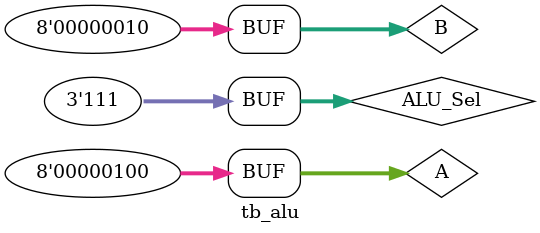
<source format=v>

 `timescale 1ns / 1ps  

module tb_alu;
//Inputs
 reg[7:0] A,B;
  reg[2:0] ALU_Sel;

//Outputs
 wire[7:0] ALU_Out;
 wire CarryOut;
 // Verilog code for ALU
 integer i;
 alu test_unit(
            A,B,  // ALU 8-bit Inputs                 
            ALU_Sel,// ALU Selection
            ALU_Out, // ALU 8-bit Output
            CarryOut, // Carry Out Flag
            zeroFlag
     );
    initial begin
      A = 8'h04;
      B = 8'h02;
      
    ALU_Sel = 3'b000;
   $monitor("out = %d  - carry = %d  - Zero Flag %d",ALU_Out,CarryOut,zeroFlag);
      #10;
     ALU_Sel = 3'b001;
   $monitor("out = %d  - carry = %d  - Zero Flag %d",ALU_Out,CarryOut,zeroFlag);
      #10;
         ALU_Sel = 3'b010;
   $monitor("out = %d  - carry = %d  - Zero Flag %d",ALU_Out,CarryOut,zeroFlag);
      #10;
         ALU_Sel = 3'b011;
   $monitor("out = %d  - carry = %d  - Zero Flag %d",ALU_Out,CarryOut,zeroFlag);
      #10;
         ALU_Sel = 3'b100;
   $monitor("out = %d  - carry = %d  - Zero Flag %d",ALU_Out,CarryOut,zeroFlag);
      #10;
         ALU_Sel = 3'b101;
   $monitor("out = %d  - carry = %d  - Zero Flag %d",ALU_Out,CarryOut,zeroFlag);
      #10;
    ALU_Sel = 3'b111;
   $monitor("out = %d  - carry = %d  - Zero Flag %d",ALU_Out,CarryOut,zeroFlag);
      #10;
       
      
       
     
      
    end
endmodule
</source>
